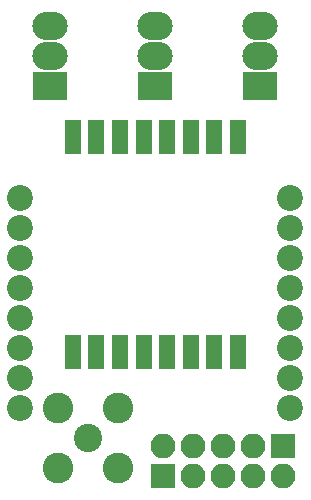
<source format=gts>
G04 #@! TF.FileFunction,Soldermask,Top*
%FSLAX46Y46*%
G04 Gerber Fmt 4.6, Leading zero omitted, Abs format (unit mm)*
G04 Created by KiCad (PCBNEW 4.0.7) date Fri Oct  5 14:25:14 2018*
%MOMM*%
%LPD*%
G01*
G04 APERTURE LIST*
%ADD10C,0.100000*%
%ADD11R,2.100000X2.100000*%
%ADD12O,2.100000X2.100000*%
%ADD13C,2.200000*%
%ADD14R,3.000000X2.400000*%
%ADD15O,3.000000X2.400000*%
%ADD16R,1.400000X2.900000*%
%ADD17C,2.600000*%
%ADD18C,2.400000*%
G04 APERTURE END LIST*
D10*
D11*
X121920000Y-123190000D03*
D12*
X124460000Y-123190000D03*
X127000000Y-123190000D03*
X129540000Y-123190000D03*
X132080000Y-123190000D03*
D13*
X109855000Y-99695000D03*
X109855000Y-102235000D03*
X109855000Y-104775000D03*
X109855000Y-107315000D03*
X109855000Y-109855000D03*
X109855000Y-112395000D03*
X109855000Y-114935000D03*
X109855000Y-117475000D03*
X132715000Y-117475000D03*
X132715000Y-114935000D03*
X132715000Y-112395000D03*
X132715000Y-109855000D03*
X132715000Y-107315000D03*
X132715000Y-104775000D03*
X132715000Y-102235000D03*
X132715000Y-99695000D03*
D14*
X112395000Y-90170000D03*
D15*
X112395000Y-87630000D03*
X112395000Y-85090000D03*
D16*
X128285000Y-112732000D03*
X126285000Y-112732000D03*
X124285000Y-112732000D03*
X122285000Y-112732000D03*
X120285000Y-112732000D03*
X118285000Y-112732000D03*
X116285000Y-112732000D03*
X114285000Y-112732000D03*
X114285000Y-94532000D03*
X116285000Y-94532000D03*
X118285000Y-94532000D03*
X120285000Y-94532000D03*
X122285000Y-94532000D03*
X124285000Y-94532000D03*
X126285000Y-94532000D03*
X128285000Y-94532000D03*
D17*
X113030000Y-122555000D03*
X113030000Y-117475000D03*
X118110000Y-117475000D03*
X118110000Y-122555000D03*
D18*
X115570000Y-120015000D03*
D14*
X121285000Y-90170000D03*
D15*
X121285000Y-87630000D03*
X121285000Y-85090000D03*
D14*
X130175000Y-90170000D03*
D15*
X130175000Y-87630000D03*
X130175000Y-85090000D03*
D11*
X132080000Y-120650000D03*
D12*
X129540000Y-120650000D03*
X127000000Y-120650000D03*
X124460000Y-120650000D03*
X121920000Y-120650000D03*
M02*

</source>
